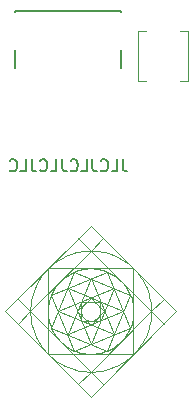
<source format=gbr>
%TF.GenerationSoftware,KiCad,Pcbnew,(6.0.2)*%
%TF.CreationDate,2022-04-22T09:08:27+08:00*%
%TF.ProjectId,usb-nvme,7573622d-6e76-46d6-952e-6b696361645f,rev?*%
%TF.SameCoordinates,Original*%
%TF.FileFunction,Legend,Bot*%
%TF.FilePolarity,Positive*%
%FSLAX46Y46*%
G04 Gerber Fmt 4.6, Leading zero omitted, Abs format (unit mm)*
G04 Created by KiCad (PCBNEW (6.0.2)) date 2022-04-22 09:08:27*
%MOMM*%
%LPD*%
G01*
G04 APERTURE LIST*
%ADD10C,0.150000*%
%ADD11C,0.120000*%
%ADD12C,0.100000*%
%ADD13C,0.200000*%
G04 APERTURE END LIST*
D10*
X15619047Y-12652380D02*
X15619047Y-13366666D01*
X15666666Y-13509523D01*
X15761904Y-13604761D01*
X15904761Y-13652380D01*
X16000000Y-13652380D01*
X14666666Y-13652380D02*
X15142857Y-13652380D01*
X15142857Y-12652380D01*
X13761904Y-13557142D02*
X13809523Y-13604761D01*
X13952380Y-13652380D01*
X14047619Y-13652380D01*
X14190476Y-13604761D01*
X14285714Y-13509523D01*
X14333333Y-13414285D01*
X14380952Y-13223809D01*
X14380952Y-13080952D01*
X14333333Y-12890476D01*
X14285714Y-12795238D01*
X14190476Y-12700000D01*
X14047619Y-12652380D01*
X13952380Y-12652380D01*
X13809523Y-12700000D01*
X13761904Y-12747619D01*
X13047619Y-12652380D02*
X13047619Y-13366666D01*
X13095238Y-13509523D01*
X13190476Y-13604761D01*
X13333333Y-13652380D01*
X13428571Y-13652380D01*
X12095238Y-13652380D02*
X12571428Y-13652380D01*
X12571428Y-12652380D01*
X11190476Y-13557142D02*
X11238095Y-13604761D01*
X11380952Y-13652380D01*
X11476190Y-13652380D01*
X11619047Y-13604761D01*
X11714285Y-13509523D01*
X11761904Y-13414285D01*
X11809523Y-13223809D01*
X11809523Y-13080952D01*
X11761904Y-12890476D01*
X11714285Y-12795238D01*
X11619047Y-12700000D01*
X11476190Y-12652380D01*
X11380952Y-12652380D01*
X11238095Y-12700000D01*
X11190476Y-12747619D01*
X10476190Y-12652380D02*
X10476190Y-13366666D01*
X10523809Y-13509523D01*
X10619047Y-13604761D01*
X10761904Y-13652380D01*
X10857142Y-13652380D01*
X9523809Y-13652380D02*
X10000000Y-13652380D01*
X10000000Y-12652380D01*
X8619047Y-13557142D02*
X8666666Y-13604761D01*
X8809523Y-13652380D01*
X8904761Y-13652380D01*
X9047619Y-13604761D01*
X9142857Y-13509523D01*
X9190476Y-13414285D01*
X9238095Y-13223809D01*
X9238095Y-13080952D01*
X9190476Y-12890476D01*
X9142857Y-12795238D01*
X9047619Y-12700000D01*
X8904761Y-12652380D01*
X8809523Y-12652380D01*
X8666666Y-12700000D01*
X8619047Y-12747619D01*
X7904761Y-12652380D02*
X7904761Y-13366666D01*
X7952380Y-13509523D01*
X8047619Y-13604761D01*
X8190476Y-13652380D01*
X8285714Y-13652380D01*
X6952380Y-13652380D02*
X7428571Y-13652380D01*
X7428571Y-12652380D01*
X6047619Y-13557142D02*
X6095238Y-13604761D01*
X6238095Y-13652380D01*
X6333333Y-13652380D01*
X6476190Y-13604761D01*
X6571428Y-13509523D01*
X6619047Y-13414285D01*
X6666666Y-13223809D01*
X6666666Y-13080952D01*
X6619047Y-12890476D01*
X6571428Y-12795238D01*
X6476190Y-12700000D01*
X6333333Y-12652380D01*
X6238095Y-12652380D01*
X6095238Y-12700000D01*
X6047619Y-12747619D01*
D11*
%TO.C,L1*%
X21132000Y-1768000D02*
X21132000Y-6032000D01*
X21132000Y-6032000D02*
X20443000Y-6032000D01*
X20443000Y-1768000D02*
X21132000Y-1768000D01*
X17557000Y-1768000D02*
X16868000Y-1768000D01*
X16868000Y-1768000D02*
X16868000Y-6032000D01*
X16868000Y-6032000D02*
X17557000Y-6032000D01*
D12*
%TO.C,REF\u002A\u002A*%
X6719614Y-26560387D02*
X7780001Y-25500000D01*
X12900000Y-32740773D02*
X20140773Y-25500000D01*
X16520387Y-21879613D02*
X9279614Y-21879614D01*
X12900001Y-22729076D02*
X10940661Y-27459339D01*
X10940661Y-23540661D02*
X12900001Y-28270924D01*
X12900001Y-28270924D02*
X14859340Y-23540660D01*
X11839613Y-31680387D02*
X12900001Y-30620000D01*
X12900001Y-30620000D02*
X18020000Y-25500000D01*
X14285463Y-28844802D02*
X16244802Y-24114538D01*
X14859340Y-23540660D02*
X10129076Y-25500000D01*
X12900001Y-26647754D02*
X14047755Y-25500000D01*
X12900001Y-24352246D02*
X11752247Y-25500000D01*
X5659227Y-25500000D02*
X12900000Y-32740773D01*
X16520387Y-29120386D02*
X16520387Y-21879613D01*
X16244802Y-24114538D02*
X11514539Y-22155198D01*
X12900001Y-20380000D02*
X7780001Y-25500000D01*
X9555199Y-26885462D02*
X14285463Y-28844802D01*
X9279613Y-29120387D02*
X16520387Y-29120386D01*
X12088416Y-24688415D02*
X12088416Y-26311585D01*
X19080387Y-24439613D02*
X18020000Y-25500000D01*
X12088416Y-26311585D02*
X13711586Y-26311585D01*
X7780001Y-25500000D02*
X6719614Y-24439613D01*
X14047755Y-25500000D02*
X12900001Y-24352246D01*
X9279614Y-21879614D02*
X9279613Y-29120387D01*
X9555199Y-24114538D02*
X11514539Y-28844802D01*
X14285463Y-22155198D02*
X9555199Y-24114538D01*
X13711585Y-24688415D02*
X12088416Y-24688415D01*
X13960387Y-19319614D02*
X12900001Y-20380000D01*
X15670925Y-25500000D02*
X10940661Y-23540661D01*
X7780001Y-25500000D02*
X12900001Y-30620000D01*
X13711586Y-26311585D02*
X13711585Y-24688415D01*
X11514539Y-28844802D02*
X16244802Y-26885462D01*
X19080387Y-26560387D02*
X18020000Y-25500000D01*
X20140773Y-25500000D02*
X12900000Y-18259227D01*
X12900000Y-18259227D02*
X5659227Y-25500000D01*
X11752247Y-25500000D02*
X12900001Y-26647754D01*
X10940661Y-27459339D02*
X15670925Y-25500000D01*
X12900001Y-22729076D02*
X14859340Y-27459340D01*
X18020000Y-25500000D02*
X12900001Y-20380000D01*
X13960387Y-31680386D02*
X12900001Y-30620000D01*
X16244802Y-26885462D02*
X14285463Y-22155198D01*
X11514539Y-22155198D02*
X9555199Y-26885462D01*
X10129076Y-25500000D02*
X14859340Y-27459340D01*
X11839613Y-19319613D02*
X12900001Y-20380000D01*
X12900000Y-29120387D02*
X13086304Y-29115676D01*
X13270163Y-29101695D01*
X13451349Y-29078671D01*
X13629634Y-29046833D01*
X13804790Y-29006407D01*
X13976592Y-28957621D01*
X14144810Y-28900702D01*
X14309217Y-28835878D01*
X14469587Y-28763377D01*
X14625691Y-28683425D01*
X14777302Y-28596251D01*
X14924192Y-28502081D01*
X15066135Y-28401144D01*
X15202902Y-28293666D01*
X15334266Y-28179875D01*
X15460000Y-28060000D01*
X15579875Y-27934266D01*
X15693666Y-27802902D01*
X15801144Y-27666135D01*
X15902081Y-27524192D01*
X15996251Y-27377302D01*
X16083425Y-27225691D01*
X16163377Y-27069587D01*
X16235878Y-26909217D01*
X16300702Y-26744810D01*
X16357621Y-26576592D01*
X16406407Y-26404790D01*
X16446833Y-26229634D01*
X16478671Y-26051349D01*
X16501695Y-25870163D01*
X16515676Y-25686304D01*
X16520387Y-25500000D01*
X9279613Y-25500000D02*
X9284323Y-25686304D01*
X9298304Y-25870163D01*
X9321328Y-26051349D01*
X9353166Y-26229634D01*
X9393592Y-26404790D01*
X9442378Y-26576592D01*
X9499297Y-26744810D01*
X9564121Y-26909217D01*
X9636623Y-27069587D01*
X9716574Y-27225691D01*
X9803749Y-27377302D01*
X9897919Y-27524192D01*
X9998856Y-27666135D01*
X10106334Y-27802902D01*
X10220124Y-27934266D01*
X10340000Y-28060000D01*
X10465734Y-28179875D01*
X10597098Y-28293666D01*
X10733865Y-28401144D01*
X10875808Y-28502081D01*
X11022698Y-28596251D01*
X11174309Y-28683425D01*
X11330413Y-28763377D01*
X11490782Y-28835878D01*
X11655190Y-28900702D01*
X11823408Y-28957621D01*
X11995209Y-29006407D01*
X12170366Y-29046833D01*
X12348651Y-29078671D01*
X12529836Y-29101695D01*
X12713695Y-29115676D01*
X12900000Y-29120387D01*
X13473878Y-26073877D02*
X13554661Y-25979868D01*
X13618730Y-25877423D01*
X13666086Y-25768487D01*
X13696728Y-25655007D01*
X13710656Y-25538932D01*
X13707871Y-25422207D01*
X13688371Y-25306781D01*
X13652158Y-25194599D01*
X13599231Y-25087610D01*
X13529590Y-24987761D01*
X13473878Y-24926123D01*
X12326124Y-26073877D02*
X12420132Y-26154660D01*
X12522577Y-26218729D01*
X12631513Y-26266085D01*
X12744992Y-26296727D01*
X12861068Y-26310655D01*
X12977792Y-26307870D01*
X13093219Y-26288370D01*
X13205400Y-26252157D01*
X13312389Y-26199230D01*
X13412239Y-26129589D01*
X13473878Y-26073877D01*
X9279613Y-21879613D02*
X9098019Y-22070628D01*
X8928141Y-22268468D01*
X8769979Y-22472677D01*
X8623532Y-22682800D01*
X8488801Y-22898383D01*
X8365786Y-23118970D01*
X8254487Y-23344107D01*
X8154903Y-23573338D01*
X8067035Y-23806209D01*
X7990883Y-24042265D01*
X7926447Y-24281050D01*
X7873726Y-24522110D01*
X7832721Y-24764990D01*
X7803432Y-25009235D01*
X7785858Y-25254390D01*
X7780000Y-25500000D01*
X7785858Y-25745609D01*
X7803432Y-25990764D01*
X7832721Y-26235009D01*
X7873726Y-26477889D01*
X7926447Y-26718949D01*
X7990883Y-26957734D01*
X8067035Y-27193790D01*
X8154903Y-27426661D01*
X8254487Y-27655892D01*
X8365786Y-27881029D01*
X8488801Y-28101616D01*
X8623532Y-28317199D01*
X8769979Y-28527322D01*
X8928141Y-28731531D01*
X9098019Y-28929371D01*
X9279613Y-29120387D01*
X12326124Y-24926123D02*
X12245340Y-25020131D01*
X12181271Y-25122576D01*
X12133915Y-25231512D01*
X12103273Y-25344992D01*
X12089345Y-25461067D01*
X12092130Y-25577792D01*
X12111630Y-25693218D01*
X12147843Y-25805400D01*
X12200770Y-25912389D01*
X12270411Y-26012238D01*
X12326124Y-26073877D01*
X16520387Y-21879613D02*
X16329371Y-21698019D01*
X16131531Y-21528141D01*
X15927322Y-21369979D01*
X15717199Y-21223532D01*
X15501616Y-21088801D01*
X15281029Y-20965786D01*
X15055892Y-20854487D01*
X14826661Y-20754903D01*
X14593790Y-20667035D01*
X14357734Y-20590883D01*
X14118949Y-20526447D01*
X13877889Y-20473726D01*
X13635009Y-20432721D01*
X13390764Y-20403431D01*
X13145609Y-20385858D01*
X12900000Y-20380000D01*
X12654390Y-20385858D01*
X12409236Y-20403431D01*
X12164991Y-20432721D01*
X11922111Y-20473726D01*
X11681051Y-20526446D01*
X11442265Y-20590883D01*
X11206210Y-20667035D01*
X10973339Y-20754903D01*
X10744107Y-20854487D01*
X10518971Y-20965786D01*
X10298383Y-21088801D01*
X10082800Y-21223532D01*
X9872677Y-21369978D01*
X9668468Y-21528141D01*
X9470628Y-21698019D01*
X9279613Y-21879613D01*
X9279613Y-29120387D02*
X9470628Y-29301980D01*
X9668468Y-29471858D01*
X9872677Y-29630021D01*
X10082800Y-29776467D01*
X10298383Y-29911198D01*
X10518971Y-30034213D01*
X10744107Y-30145512D01*
X10973339Y-30245096D01*
X11206210Y-30332964D01*
X11442265Y-30409116D01*
X11681051Y-30473553D01*
X11922111Y-30526273D01*
X12164991Y-30567278D01*
X12409236Y-30596568D01*
X12654390Y-30614141D01*
X12900000Y-30619999D01*
X13145609Y-30614141D01*
X13390764Y-30596568D01*
X13635009Y-30567278D01*
X13877889Y-30526273D01*
X14118949Y-30473552D01*
X14357734Y-30409116D01*
X14593790Y-30332964D01*
X14826661Y-30245096D01*
X15055892Y-30145512D01*
X15281029Y-30034213D01*
X15501616Y-29911198D01*
X15717199Y-29776467D01*
X15927322Y-29630020D01*
X16131531Y-29471858D01*
X16329371Y-29301980D01*
X16520387Y-29120387D01*
X13473878Y-24926123D02*
X13379869Y-24845339D01*
X13277423Y-24781270D01*
X13168487Y-24733914D01*
X13055008Y-24703272D01*
X12938932Y-24689344D01*
X12822208Y-24692129D01*
X12706781Y-24711629D01*
X12594600Y-24747842D01*
X12487611Y-24800769D01*
X12387762Y-24870410D01*
X12326124Y-24926123D01*
X16520387Y-29120387D02*
X16701980Y-28929371D01*
X16871858Y-28731531D01*
X17030021Y-28527322D01*
X17176467Y-28317199D01*
X17311198Y-28101616D01*
X17434213Y-27881029D01*
X17545513Y-27655892D01*
X17645096Y-27426660D01*
X17732964Y-27193789D01*
X17809116Y-26957734D01*
X17873553Y-26718948D01*
X17926274Y-26477888D01*
X17967279Y-26235008D01*
X17996568Y-25990764D01*
X18014142Y-25745609D01*
X18020000Y-25500000D01*
X18014142Y-25254390D01*
X17996568Y-25009235D01*
X17967279Y-24764991D01*
X17926274Y-24522111D01*
X17873553Y-24281051D01*
X17809116Y-24042265D01*
X17732964Y-23806210D01*
X17645096Y-23573339D01*
X17545513Y-23344107D01*
X17434213Y-23118970D01*
X17311198Y-22898383D01*
X17176467Y-22682800D01*
X17030021Y-22472677D01*
X16871858Y-22268468D01*
X16701980Y-22070628D01*
X16520387Y-21879613D01*
X16520387Y-25500000D02*
X16515676Y-25313695D01*
X16501695Y-25129836D01*
X16478671Y-24948650D01*
X16446833Y-24770365D01*
X16406407Y-24595209D01*
X16357621Y-24423407D01*
X16300702Y-24255189D01*
X16235878Y-24090782D01*
X16163377Y-23930412D01*
X16083425Y-23774308D01*
X15996251Y-23622697D01*
X15902081Y-23475807D01*
X15801144Y-23333864D01*
X15693666Y-23197097D01*
X15579875Y-23065733D01*
X15460000Y-22940000D01*
X15334266Y-22820124D01*
X15202902Y-22706333D01*
X15066135Y-22598855D01*
X14924192Y-22497918D01*
X14777302Y-22403748D01*
X14625691Y-22316574D01*
X14469587Y-22236622D01*
X14309217Y-22164121D01*
X14144810Y-22099297D01*
X13976592Y-22042378D01*
X13804790Y-21993592D01*
X13629634Y-21953166D01*
X13451349Y-21921328D01*
X13270163Y-21898304D01*
X13086304Y-21884323D01*
X12900000Y-21879613D01*
X12900000Y-21879613D02*
X12713695Y-21884323D01*
X12529836Y-21898304D01*
X12348651Y-21921328D01*
X12170366Y-21953166D01*
X11995209Y-21993592D01*
X11823408Y-22042378D01*
X11655190Y-22099297D01*
X11490782Y-22164121D01*
X11330413Y-22236622D01*
X11174309Y-22316574D01*
X11022698Y-22403748D01*
X10875808Y-22497918D01*
X10733865Y-22598855D01*
X10597098Y-22706333D01*
X10465734Y-22820124D01*
X10340000Y-22940000D01*
X10220124Y-23065733D01*
X10106334Y-23197097D01*
X9998856Y-23333864D01*
X9897919Y-23475807D01*
X9803749Y-23622697D01*
X9716574Y-23774308D01*
X9636623Y-23930412D01*
X9564121Y-24090782D01*
X9499297Y-24255189D01*
X9442378Y-24423407D01*
X9393592Y-24595209D01*
X9353166Y-24770365D01*
X9321328Y-24948650D01*
X9298304Y-25129836D01*
X9284323Y-25313695D01*
X9279613Y-25500000D01*
D13*
%TO.C,J1*%
X6530000Y-4897500D02*
X6530000Y-3347500D01*
X6530000Y-97500D02*
X6530000Y-197500D01*
X15470000Y-97500D02*
X15470000Y-197500D01*
X6530000Y-97500D02*
X15470000Y-97500D01*
X15470000Y-4897500D02*
X15470000Y-3347500D01*
%TD*%
M02*

</source>
